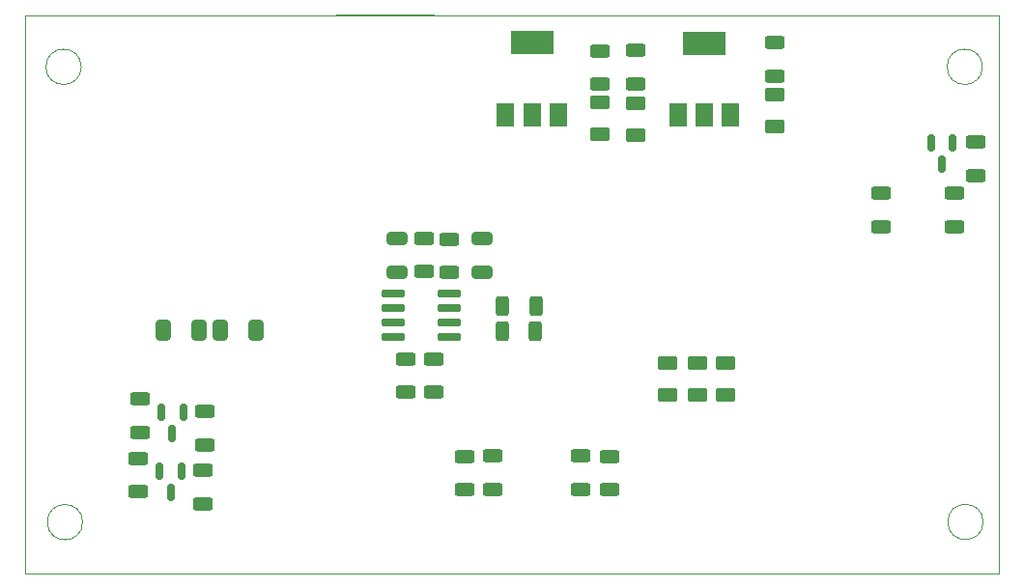
<source format=gbr>
%TF.GenerationSoftware,KiCad,Pcbnew,7.0.1*%
%TF.CreationDate,2024-02-20T22:54:35+00:00*%
%TF.ProjectId,SI4735,53493437-3335-42e6-9b69-6361645f7063,rev?*%
%TF.SameCoordinates,Original*%
%TF.FileFunction,Paste,Top*%
%TF.FilePolarity,Positive*%
%FSLAX45Y45*%
G04 Gerber Fmt 4.5, Leading zero omitted, Abs format (unit mm)*
G04 Created by KiCad (PCBNEW 7.0.1) date 2024-02-20 22:54:35*
%MOMM*%
%LPD*%
G01*
G04 APERTURE LIST*
G04 Aperture macros list*
%AMRoundRect*
0 Rectangle with rounded corners*
0 $1 Rounding radius*
0 $2 $3 $4 $5 $6 $7 $8 $9 X,Y pos of 4 corners*
0 Add a 4 corners polygon primitive as box body*
4,1,4,$2,$3,$4,$5,$6,$7,$8,$9,$2,$3,0*
0 Add four circle primitives for the rounded corners*
1,1,$1+$1,$2,$3*
1,1,$1+$1,$4,$5*
1,1,$1+$1,$6,$7*
1,1,$1+$1,$8,$9*
0 Add four rect primitives between the rounded corners*
20,1,$1+$1,$2,$3,$4,$5,0*
20,1,$1+$1,$4,$5,$6,$7,0*
20,1,$1+$1,$6,$7,$8,$9,0*
20,1,$1+$1,$8,$9,$2,$3,0*%
G04 Aperture macros list end*
%ADD10RoundRect,0.250000X0.412500X0.650000X-0.412500X0.650000X-0.412500X-0.650000X0.412500X-0.650000X0*%
%ADD11RoundRect,0.250000X0.625000X-0.312500X0.625000X0.312500X-0.625000X0.312500X-0.625000X-0.312500X0*%
%ADD12RoundRect,0.150000X-0.150000X0.587500X-0.150000X-0.587500X0.150000X-0.587500X0.150000X0.587500X0*%
%ADD13RoundRect,0.250000X-0.625000X0.375000X-0.625000X-0.375000X0.625000X-0.375000X0.625000X0.375000X0*%
%ADD14RoundRect,0.250000X0.625000X-0.375000X0.625000X0.375000X-0.625000X0.375000X-0.625000X-0.375000X0*%
%ADD15RoundRect,0.250000X-0.650000X0.325000X-0.650000X-0.325000X0.650000X-0.325000X0.650000X0.325000X0*%
%ADD16RoundRect,0.250000X-0.412500X-0.650000X0.412500X-0.650000X0.412500X0.650000X-0.412500X0.650000X0*%
%ADD17RoundRect,0.250000X0.312500X0.625000X-0.312500X0.625000X-0.312500X-0.625000X0.312500X-0.625000X0*%
%ADD18R,1.500000X2.000000*%
%ADD19R,3.800000X2.000000*%
%ADD20RoundRect,0.250000X-0.625000X0.312500X-0.625000X-0.312500X0.625000X-0.312500X0.625000X0.312500X0*%
%ADD21RoundRect,0.042000X-0.943000X-0.258000X0.943000X-0.258000X0.943000X0.258000X-0.943000X0.258000X0*%
%TA.AperFunction,Profile*%
%ADD22C,0.100000*%
%TD*%
%TA.AperFunction,Profile*%
%ADD23C,0.050000*%
%TD*%
G04 APERTURE END LIST*
D10*
%TO.C,C1*%
X4587000Y-4575000D03*
X4274500Y-4575000D03*
%TD*%
D11*
%TO.C,R15*%
X7164945Y-5973875D03*
X7164945Y-5681375D03*
%TD*%
%TO.C,R12*%
X6396320Y-5123000D03*
X6396320Y-4830500D03*
%TD*%
D12*
%TO.C,Q3*%
X4433750Y-5810250D03*
X4243750Y-5810250D03*
X4338750Y-5997750D03*
%TD*%
D13*
%TO.C,D4*%
X8693945Y-4862375D03*
X8693945Y-5142375D03*
%TD*%
D14*
%TO.C,D2*%
X8103000Y-2861000D03*
X8103000Y-2581000D03*
%TD*%
D15*
%TO.C,C3*%
X6325187Y-3772000D03*
X6325187Y-4067000D03*
%TD*%
D13*
%TO.C,D6*%
X9203000Y-4862000D03*
X9203000Y-5142000D03*
%TD*%
D16*
%TO.C,C2*%
X4775000Y-4577000D03*
X5087500Y-4577000D03*
%TD*%
D11*
%TO.C,R20*%
X7929945Y-5973875D03*
X7929945Y-5681375D03*
%TD*%
D17*
%TO.C,R19*%
X7536187Y-4590000D03*
X7243687Y-4590000D03*
%TD*%
D11*
%TO.C,R6*%
X11207000Y-3668500D03*
X11207000Y-3376000D03*
%TD*%
%TO.C,R9*%
X4641000Y-5584500D03*
X4641000Y-5292000D03*
%TD*%
D14*
%TO.C,D1*%
X8419000Y-2867000D03*
X8419000Y-2587000D03*
%TD*%
D18*
%TO.C,U2*%
X8785250Y-2689500D03*
X9015250Y-2689500D03*
D19*
X9015250Y-2059500D03*
D18*
X9245250Y-2689500D03*
%TD*%
D13*
%TO.C,D5*%
X8955945Y-4864375D03*
X8955945Y-5144375D03*
%TD*%
D11*
%TO.C,R8*%
X4075000Y-5474500D03*
X4075000Y-5182000D03*
%TD*%
%TO.C,R18*%
X6648820Y-5122500D03*
X6648820Y-4830000D03*
%TD*%
D20*
%TO.C,R1*%
X8418000Y-2126500D03*
X8418000Y-2419000D03*
%TD*%
%TO.C,R17*%
X6782187Y-3778000D03*
X6782187Y-4070500D03*
%TD*%
%TO.C,R4*%
X9634000Y-2055000D03*
X9634000Y-2347500D03*
%TD*%
%TO.C,R13*%
X6562187Y-3770500D03*
X6562187Y-4063000D03*
%TD*%
D11*
%TO.C,R16*%
X8185945Y-5975875D03*
X8185945Y-5683375D03*
%TD*%
D14*
%TO.C,D3*%
X9635000Y-2793000D03*
X9635000Y-2513000D03*
%TD*%
D11*
%TO.C,R10*%
X4621750Y-6102000D03*
X4621750Y-5809500D03*
%TD*%
%TO.C,R3*%
X11393371Y-3221131D03*
X11393371Y-2928631D03*
%TD*%
%TO.C,R11*%
X6912945Y-5975875D03*
X6912945Y-5683375D03*
%TD*%
D12*
%TO.C,Q2*%
X4449000Y-5295250D03*
X4259000Y-5295250D03*
X4354000Y-5482750D03*
%TD*%
D11*
%TO.C,R7*%
X4056750Y-5995750D03*
X4056750Y-5703250D03*
%TD*%
D12*
%TO.C,Q1*%
X11193379Y-2934119D03*
X11003379Y-2934119D03*
X11098379Y-3121619D03*
%TD*%
D18*
%TO.C,U1*%
X7276000Y-2687000D03*
X7506000Y-2687000D03*
D19*
X7506000Y-2057000D03*
D18*
X7736000Y-2687000D03*
%TD*%
D21*
%TO.C,U3*%
X6289687Y-4257000D03*
X6289687Y-4384000D03*
X6289687Y-4511000D03*
X6289687Y-4638000D03*
X6783687Y-4638000D03*
X6783687Y-4511000D03*
X6783687Y-4384000D03*
X6783687Y-4257000D03*
%TD*%
D15*
%TO.C,C4*%
X7066000Y-3772000D03*
X7066000Y-4067000D03*
%TD*%
D20*
%TO.C,R5*%
X10562000Y-3378500D03*
X10562000Y-3671000D03*
%TD*%
D17*
%TO.C,R14*%
X7539687Y-4365000D03*
X7247187Y-4365000D03*
%TD*%
D20*
%TO.C,R2*%
X8105000Y-2127500D03*
X8105000Y-2420000D03*
%TD*%
D22*
X3555840Y-2268000D02*
G75*
G03*
X3555840Y-2268000I-154840J0D01*
G01*
D23*
X3060000Y-1815000D02*
X11602000Y-1815000D01*
X11602000Y-6713000D01*
X3060000Y-6713000D01*
X3060000Y-1815000D01*
D22*
X11459840Y-6259000D02*
G75*
G03*
X11459840Y-6259000I-154840J0D01*
G01*
X11453840Y-2268000D02*
G75*
G03*
X11453840Y-2268000I-154840J0D01*
G01*
X3567840Y-6261000D02*
G75*
G03*
X3567840Y-6261000I-154840J0D01*
G01*
%TO.C,J5*%
X5787574Y-1812210D02*
X6647574Y-1812210D01*
%TO.C,J3*%
X3693574Y-1815210D02*
X4553574Y-1815210D01*
%TD*%
M02*

</source>
